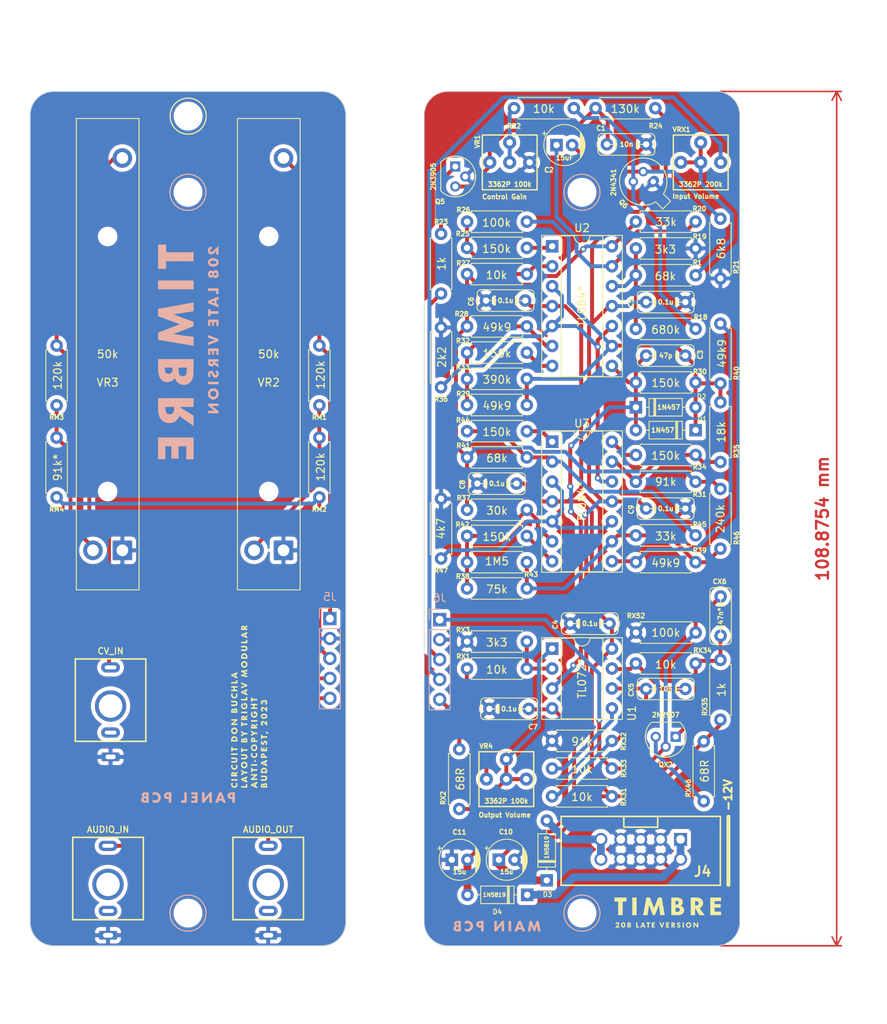
<source format=kicad_pcb>
(kicad_pcb (version 20221018) (generator pcbnew)
  (title_block (title "208 Timbre (ASS Editon)") (rev "1") (company "Triglav Modular") (comment 1 "Circuit by Don Buchla, 1973"))
  (layers (0 "F.Cu" signal) (31 "B.Cu" signal) (34 "B.Paste" user) (35 "F.Paste" user) (36 "B.SilkS" user "B.Silkscreen") (37 "F.SilkS" user "F.Silkscreen") (38 "B.Mask" user) (39 "F.Mask" user) (44 "Edge.Cuts" user))
  (net 0 "")
  (net 1 "Net-(Q5-C)")
  (net 2 "Net-(U2D--)")
  (net 3 "Net-(Q6-D)")
  (net 4 "Net-(D1-K)")
  (net 5 "Net-(D1-A)")
  (net 6 "GND")
  (net 7 "+12V")
  (net 8 "Net-(U1B--)")
  (net 9 "Net-(CX5-Pad2)")
  (net 10 "Net-(QX2-B)")
  (net 11 "Net-(R1-Pad1)")
  (net 12 "Net-(D3-A)")
  (net 13 "Net-(D4-K)")
  (net 14 "Net-(R20-Pad2)")
  (net 15 "Net-(J1-PadT)")
  (net 16 "Net-(Q5-E)")
  (net 17 "-12V")
  (net 18 "Net-(R27-Pad1)")
  (net 19 "Net-(QX2-E)")
  (net 20 "Net-(U2D-+)")
  (net 21 "Net-(R32-Pad1)")
  (net 22 "Net-(R34-Pad1)")
  (net 23 "Net-(Q6-G)")
  (net 24 "Net-(U2A--)")
  (net 25 "Net-(U2B--)")
  (net 26 "Net-(R39-Pad2)")
  (net 27 "Net-(U3D--)")
  (net 28 "Net-(R42-Pad1)")
  (net 29 "Net-(R44-Pad1)")
  (net 30 "/GND2")
  (net 31 "Net-(RM1-Pad1)")
  (net 32 "Net-(RM3-Pad1)")
  (net 33 "Net-(U3B--)")
  (net 34 "Net-(U3C--)")
  (net 35 "VREF")
  (net 36 "P_GND")
  (net 37 "Net-(U3A--)")
  (net 38 "Net-(U1A--)")
  (net 42 "Net-(RX1-Pad1)")
  (net 43 "Net-(U1B-+)")
  (net 44 "P_CV_In")
  (net 45 "P_Audio_In")
  (net 46 "P_Audio_Out")
  (net 47 "P_VREF")
  (net 48 "M_CV_In")
  (net 49 "M_Audio_In")
  (net 50 "M_Audio_Out")
  (net 51 "Net-(R22-Pad2)")
  (net 52 "Net-(RX2-Pad1)")
  (net 53 "/GND3")
  (footprint "Triglav_Modular:R_Axial_DIN0207_L6.3mm_D2.5mm_P7.62mm_Horizontal" (layer "F.Cu") (at 173.75 64.993076 180)
    (fp_text reference "R27" hide)
    (fp_text value "150k")
  )
  (footprint "Triglav_Modular:R_Axial_DIN0207_L6.3mm_D2.5mm_P7.62mm_Horizontal" (layer "F.Cu") (at 179.7482 47.1932 180)
    (fp_text reference "R22" hide)
    (fp_text value "10k")
  )
  (footprint "Triglav_Modular:THONKICONN" (layer "F.Cu") (at 124.161699 146.118608)
    (fp_text reference "J2" hide)
    (fp_text value "AUDIO_IN")
  )
  (footprint "Triglav_Modular:R_Axial_DIN0207_L6.3mm_D2.5mm_P7.62mm_Horizontal" (layer "F.Cu") (at 168.95 132.7 90)
    (fp_text reference "RX2" hide)
    (fp_text value "68R")
  )
  (footprint "Triglav_Modular:R_Axial_DIN0207_L6.3mm_D2.5mm_P7.62mm_Horizontal" (layer "F.Cu") (at 184.595 127.825)
    (fp_text reference "RX32" hide)
    (fp_text value "91k")
  )
  (footprint "Triglav_Modular:R_Axial_DIN0207_L6.3mm_D2.5mm_P7.62mm_Horizontal" (layer "F.Cu") (at 195.275 94.805)
    (fp_text reference "R31" hide)
    (fp_text value "91k")
  )
  (footprint "Triglav_Modular:THONKICONN" (layer "F.Cu") (at 124.483599 123.383771)
    (fp_text reference "J1" hide)
    (fp_text value "CV_IN")
  )
  (footprint "Triglav_Modular:R_Axial_DIN0207_L6.3mm_D2.5mm_P7.62mm_Horizontal" (layer "F.Cu") (at 173.75 68.331152 180)
    (fp_text reference "R25" hide)
    (fp_text value "10k")
  )
  (footprint "Triglav_Modular:D_DO-35_SOD27_P7.62mm_Horizontal" (layer "F.Cu") (at 177.6146 147.447 180)
    (fp_text reference "D4" hide)
    (fp_text value "1N5819")
  )
  (footprint "Triglav_Modular:R_Axial_DIN0207_L6.3mm_D2.5mm_P7.62mm_Horizontal" (layer "F.Cu") (at 117.605 92.98 90)
    (fp_text reference "RM4" hide)
    (fp_text value "91k*")
  )
  (footprint "Triglav_Modular:R_Axial_DIN0207_L6.3mm_D2.5mm_P7.62mm_Horizontal" (layer "F.Cu") (at 166.625 100.775 90)
    (fp_text reference "R47" hide)
    (fp_text value "4k7")
  )
  (footprint "Triglav_Modular:BOURNS_3362P_TRIMMER" (layer "F.Cu") (at 175.3794 54.102)
    (fp_text reference "VR1" hide)
    (fp_text value "3362P 100k")
  )
  (footprint "Triglav_Modular:R_Axial_DIN0207_L6.3mm_D2.5mm_P7.62mm_Horizontal" (layer "F.Cu") (at 195.2856 114.0206)
    (fp_text reference "RX52" hide)
    (fp_text value "100k")
  )
  (footprint "Triglav_Modular:R_Axial_DIN0207_L6.3mm_D2.5mm_P7.62mm_Horizontal" (layer "F.Cu") (at 173.75 115.165625)
    (fp_text reference "RX3" hide)
    (fp_text value "3k3")
  )
  (footprint "MountingHole:MountingHole_3.2mm_M3_DIN965" (layer "F.Cu") (at 134.355 57.912)
    (fp_text reference "REF**" hide)
    (fp_text value "MountingHole_3.2mm_M3_DIN965" hide)
  )
  (footprint "Triglav_Modular:R_Axial_DIN0207_L6.3mm_D2.5mm_P7.62mm_Horizontal" (layer "F.Cu") (at 195.275 61.655 180)
    (fp_text reference "R20" hide)
    (fp_text value "33k")
  )
  (footprint "Triglav_Modular:R_Axial_DIN0207_L6.3mm_D2.5mm_P7.62mm_Horizontal" (layer "F.Cu") (at 173.75 78.34538 180)
    (fp_text reference "R32" hide)
    (fp_text value "150k")
  )
  (footprint "Triglav_Modular:R_Axial_DIN0207_L6.3mm_D2.5mm_P7.62mm_Horizontal" (layer "F.Cu") (at 184.595 131.345 180)
    (fp_text reference "RX33" hide)
    (fp_text value "10k")
  )
  (footprint "Triglav_Modular:R_Axial_DIN0207_L6.3mm_D2.5mm_P7.62mm_Horizontal" (layer "F.Cu") (at 195.275 65.07)
    (fp_text reference "R19" hide)
    (fp_text value "3k3")
  )
  (footprint "Triglav_Modular:R_Axial_DIN0207_L6.3mm_D2.5mm_P7.62mm_Horizontal" (layer "F.Cu") (at 200.12 131.7 -90)
    (fp_text reference "RX46" hide)
    (fp_text value "68R")
  )
  (footprint "Triglav_Modular:C_Disc_D7.0mm_W2.5mm_P5.00mm" (layer "F.Cu") (at 171.25 95.03576)
    (fp_text reference "C8")
    (fp_text value "0.1u")
  )
  (footprint "Triglav_Modular:CP_Radial_D5.0mm_P2.00mm" (layer "F.Cu") (at 181.3484 51.8922)
    (fp_text reference "C2")
    (fp_text value "15uF")
  )
  (footprint "MountingHole:MountingHole_3.2mm_M3_DIN965" (layer "F.Cu") (at 184.595 57.912)
    (fp_text reference "REF**" hide)
    (fp_text value "MountingHole_3.2mm_M3_DIN965" hide)
  )
  (footprint "Triglav_Modular:R_Axial_DIN0207_L6.3mm_D2.5mm_P7.62mm_Horizontal" (layer "F.Cu") (at 166.625 78.955 90)
    (fp_text reference "R36" hide)
    (fp_text value "2k2")
  )
  (footprint "Triglav_Modular:R_Axial_DIN0207_L6.3mm_D2.5mm_P7.62mm_Horizontal" (layer "F.Cu") (at 190.1368 47.1932)
    (fp_text reference "R24" hide)
    (fp_text value "130k")
  )
  (footprint "Triglav_Modular:R_Axial_DIN0207_L6.3mm_D2.5mm_P7.62mm_Horizontal" (layer "F.Cu") (at 173.75 98.373836)
    (fp_text reference "R37" hide)
    (fp_text value "30k")
  )
  (footprint "Triglav_Modular:R_Axial_DIN0207_L6.3mm_D2.5mm_P7.62mm_Horizontal" (layer "F.Cu") (at 117.605 81.25 90)
    (fp_text reference "RM3" hide)
    (fp_text value "120k")
  )
  (footprint "Triglav_Modular:DIP-14_W7.62mm_Socket" (layer "F.Cu") (at 180.795 64.795)
    (fp_text reference "U2")
    (fp_text value "TL084*")
  )
  (footprint "Triglav_Modular:C_Disc_D7.0mm_W2.5mm_P5.00mm" (layer "F.Cu") (at 192.775 71.9)
    (fp_text reference "C5")
    (fp_text value "0.1u")
  )
  (footprint "Triglav_Modular:D_DO-35_SOD27_P7.62mm_Horizontal" (layer "F.Cu") (at 191.465 85.31)
    (fp_text reference "D2" hide)
    (fp_text value "1N457")
  )
  (footprint "Triglav_Modular:TO-92" (layer "F.Cu") (at 196.545 127.305 180)
    (fp_text reference "QX2")
    (fp_text value "2N2907")
  )
  (footprint "Triglav_Modular:R_Axial_DIN0207_L6.3mm_D2.5mm_P7.62mm_Horizontal" (layer "F.Cu") (at 195.275 68.485 180)
    (fp_text reference "R1" hide)
    (fp_text value "68k")
  )
  (footprint "Triglav_Modular:R_Axial_DIN0207_L6.3mm_D2.5mm_P7.62mm_Horizontal" (layer "F.Cu") (at 151.105 81.25 90)
    (fp_text reference "RM1" hide)
    (fp_text value "120k")
  )
  (footprint "LOGO" (layer "F.Cu") (at 208.566263 148.973844)
    (fp_text reference "G***" hide)
    (fp_text value "LOGO" hide)
  )
  (footprint "Triglav_Modular:C_Disc_D7.0mm_W2.5mm_P5.00mm" (layer "F.Cu") (at 192.775 121.205)
    (fp_text reference "CX5")
    (fp_text value "10n")
  )
  (footprint "Triglav_Modular:RS45111" (layer "F.Cu") (at 144.6574 78.542005)
    (fp_text reference "VR2")
    (fp_text value "50k")
  )
  (footprint "Triglav_Modular:R_Axial_DIN0207_L6.3mm_D2.5mm_P7.62mm_Horizontal" (layer "F.Cu") (at 202.25 65.08 -90)
    (fp_text reference "R21" hide)
    (fp_text value "6k8")
  )
  (footprint "Triglav_Modular:R_Axial_DIN0207_L6.3mm_D2.5mm_P7.62mm_Horizontal" (layer "F.Cu") (at 202.25 88.48 90)
    (fp_text reference "R35" hide)
    (fp_text value "18k")
  )
  (footprint "Triglav_Modular:C_Disc_D7.0mm_W2.5mm_P5.00mm" (layer "F.Cu") (at 172.3568 71.7042)
    (fp_text reference "C6")
    (fp_text value "0.1u")
  )
  (footprint "Triglav_Modular:CP_Radial_D5.0mm_P2.00mm" (layer "F.Cu") (at 173.994888 142.975)
    (fp_text reference "C10")
    (fp_text value "15u")
  )
  (footprint "Triglav_Modular:R_Axial_DIN0207_L6.3mm_D2.5mm_P7.62mm_Horizontal" (layer "F.Cu") (at 173.75 108.4)
    (fp_text reference "R38" hide)
    (fp_text value "75k")
  )
  (footprint "Triglav_Modular:R_Axial_DIN0207_L6.3mm_D2.5mm_P7.62mm_Horizontal" (layer "F.Cu") (at 173.75 81.683456 180)
    (fp_text reference "R33" hide)
    (fp_text value "390k")
  )
  (footprint "Triglav_Modular:DIP-14_W7.62mm_Socket" (layer "F.Cu") (at 180.795 89.695)
    (fp_text reference "U3")
    (fp_text value "TL084*")
  )
  (footprint "Triglav_Modular:D_DO-35_SOD27_P7.62mm_Horizontal" (layer "F.Cu") (at 199.085 88.225 180)
    (fp_text reference "D1" hide)
    (fp_text value "1N457")
  )
  (footprint "Triglav_Modular:DIP-8_W7.62mm_Socket" (layer "F.Cu") (at 180.795 116.07)
    (fp_text reference "U1")
    (fp_text value "TL072*")
  )
  (footprint "Triglav_Modular:C_Disc_D7.0mm_W2.5mm_P5.00mm" (layer "F.Cu") (at 183.101 112.8776)
    (fp_text reference "C4")
    (fp_text value "0.1u")
  )
  (footprint "Triglav_Modular:Eurorack_Power" (layer "F.Cu") (at 197.1675 140.38 180)
    (fp_text reference "J4")
    (fp_text value "30310-6002HB" hide)
  )
  (footprint "Triglav_Modular:R_Axial_DIN0207_L6.3mm_D2.5mm_P7.62mm_Horizontal" (layer "F.Cu") (at 173.75 118.618)
    (fp_text reference "RX1" hide)
    (fp_text value "10k")
  )
  (footprint "MountingHole:MountingHole_3.2mm_M3_DIN965" (layer "F.Cu") (at 134.355 149.779)
    (fp_text reference "REF**" hide)
    (fp_text value "MountingHole_3.2mm_M3_DIN965" hide)
  )
  (footprint "Triglav_Modular:TO-18-3" (layer "F.Cu") (at 193.6774 56.55 180)
    (fp_text reference "Q6")
    (fp_text value "2N4341")
  )
  (footprint "Triglav_Modular:R_Axial_DIN0207_L6.3mm_D2.5mm_P7.62mm_Horizontal" (layer "F.Cu") (at 173.75 75.007304 180)
    (fp_text reference "R28" hide)
    (fp_text value "49k9")
  )
  (footprint "Triglav_Modular:RS45111" (layer "F.Cu") (at 124.114599 78.542005)
    (fp_text reference "VR3")
    (fp_text value "50k")
  )
  (footprint "Triglav_Modular:R_Axial_DIN0207_L6.3mm_D2.5mm_P7.62mm_Horizontal" (layer "F.Cu") (at 195.275 105.05 180)
    (fp_text reference "R39" hide)
    (fp_text value "49k9")
  )
  (footprint "Triglav_Modular:R_Axial_DIN0207_L6.3mm_D2.5mm_P7.62mm_Horizontal" (layer "F.Cu") (at 166.625 67.015 -90)
    (fp_text reference "R23" hide)
    (fp_text value "1k")
  )
  (footprint "Triglav_Modular:R_Axial_DIN0207_L6.3mm_D2.5mm_P7.62mm_Horizontal" (layer "F.Cu") (at 195.275 91.39)
    (fp_text reference "R34" hide)
    (fp_text value "150k")
  )
  (footprint "Triglav_Modular:THONKICONN" (layer "F.Cu") (at 144.5883 146.118608)
    (fp_text reference "J3" hide)
    (fp_text value "AUDIO_OUT")
  )
  (footprint "Triglav_Modular:R_Axial_DIN0207_L6.3mm_D2.5mm_P7.62mm_Horizontal" (layer "F.Cu") (at 195.275 117.955 180)
    (fp_text reference "RX34" hide)
    (fp_text value "10k")
  )
  (footprint "Triglav_Modular:C_Disc_D7.0mm_W2.5mm_P5.00mm" (layer "F.Cu") (at 177.7924 123.7488 180)
    (fp_text reference "C7")
    (fp_text value "0.1u")
  )
  (footprint "Triglav_Modular:C_Disc_D7.0mm_W2.5mm_P5.00mm" (layer "F.Cu") (at 192.775 98.22)
    (fp_text reference "C9")
    (fp_text value "0.1u")
  )
  (footprint "Triglav_Modular:TO-92" (layer "F.Cu") (at 168.44 54.63 -90)
    (fp_text reference "Q5")
    (fp_text value "2N3905")
  )
  (footprint "Triglav_Modular:R_Axial_DIN0207_L6.3mm_D2.5mm_P7.62mm_Horizontal" (layer "F.Cu") (at 173.75 85.021532 180)
    (fp_text reference "R29" hide)
    (fp_text value "49k9")
  )
  (footprint "Triglav_Modular:D_DO-35_SOD27_P7.62mm_Horizontal" (layer "F.Cu") (at 180.1 145.6 90)
    (fp_text reference "D3" hide)
    (fp_text value "1N5819")
  )
  (footprint "Triglav_Modular:R_Axial_DIN0207_L6.3mm_D2.5mm_P7.62mm_Horizontal" (layer "F.Cu") (at 202.25 121.32 90)
    (fp_text reference "RX35" hide)
    (fp_text value "1k")
  )
  (footprint "Triglav_Modular:BOURNS_3362P_TRIMMER" (layer "F.Cu") (at 174.95 132.7)
    (fp_text reference "VR4" hide)
    (fp_text value "3362P 100k")
  )
  (footprint "MountingHole:MountingHole_3.2mm_M3_DIN965" (layer "F.Cu") (at 184.595 149.779)
    (fp_text reference "REF**" hide)
    (fp_text value "MountingHole_3.2mm_M3_DIN965" hide)
  )
  (footprint "LOGO" (layer "F.Cu") (at 142.734793 110.217996 90)
    (fp_text reference "G***" hide)
    (fp_text value "LOGO" hide)
  )
  (footprint "Triglav_Modular:R_Axial_DIN0207_L6.3mm_D2.5mm_P7.62mm_Horizontal" (layer "F.Cu") (at 195.275 82.145 180)
    (fp_text reference "R30" hide)
    (fp_text value "150k")
  )
  (footprint "Triglav_Modular:R_Axial_DIN0207_L6.3mm_D2.5mm_P7.62mm_Horizontal" (layer "F.Cu") (at 184.595 134.895)
    (fp_text reference "RX31" hide)
    (fp_text value "10k")
  )
  (footprint "Triglav_Modular:BOURNS_3362P_TRIMMER" (layer "F.Cu") (at 199.738 54.102)
    (fp_text reference "VRX1" hide)
    (fp_text value "3362P 200k")
  )
  (footprint "Triglav_Modular:CP_Radial_D5.0mm_P2.00mm" (layer "F.Cu") (at 167.994888 142.975)
    (fp_text reference "C11")
    (fp_text value "15u")
  )
  (footprint "Triglav_Modular:R_Axial_DIN0207_L6.3mm_D2.5mm_P7.62mm_Horizontal" (layer "F.Cu") (at 151.105 92.98 90)
    (fp_text reference "RM2" hide)
    (fp_text value "120k")
  )
  (footprint "Triglav_Modular:R_Axial_DIN0207_L6.3mm_D2.5mm_P7.62mm_Horizontal" (layer "F.Cu") (at 195.275 101.635 180)
    (fp_text reference "R45" hide)
    (fp_text value "33k")
  )
  (footprint "Triglav_Modular:R_Axial_DIN0207_L6.3mm_D2.5mm_P7.62mm_Horizontal" (layer "F.Cu") (at 173.75 91.697684)
    (fp_text reference "R41" hide)
    (fp_text value "68k")
  )
  (footprint "Triglav_Modular:R_Axial_DIN0207_L6.3mm_D2.5mm_P7.62mm_Horizontal" (layer "F.Cu") (at 202.25 78.46 -90)
    (fp_text reference "R40" hide)
    (fp_text value "49k9")
  )
  (footprint "Triglav_Modular:C_Disc_D7.0mm_W2.5mm_P5.00mm" (layer "F.Cu") (at 197.775 78.73 180)
    (fp_text reference "C3")
    (fp_text value "47p")
  )
  (footprint "Triglav_Modular:R_Axial_DIN0207_L6.3mm_D2.5mm_P7.62mm_Horizontal" (layer "F.Cu") (at 173.75 61.655 180)
    (fp_text reference "R26" hide)
    (fp_text value "100k")
  )
  (footprint "MountingHole:MountingHole_3.2mm_M3_DIN965" (layer "F.Cu") (at 134.375 48.206077)
    (fp_text reference "REF**" hide)
    (fp_text value "MountingHole_3.2mm_M3_DIN965" hide)
  )
  (footprint "Triglav_Modular:C_Disc_D7.0mm_W2.5mm_P5.00mm" (layer "F.Cu") (at 187.7774 51.8)
    (fp_text reference "C1")
    (fp_text value "10n")
  )
  (footprint "Triglav_Modular:C_Disc_D7.0mm_W2.5mm_P5.00mm" (layer "F.Cu") (at 202.278 109.4232 -90)
    (fp_text reference "CX6")
    (fp_text value "47n*")
  )
  (footprint "Triglav_Modular:R_Axial_DIN0207_L6.3mm_D2.5mm_P7.62mm_Horizontal" (layer "F.Cu") (at 173.75 88.359608 180)
    (fp_text reference "R44" hide)
    (fp_text value "150k")
  )
  (footprint "Triglav_Modular:R_Axial_DIN0207_L6.3mm_D2.5mm_P7.62mm_Horizontal" (layer "F.Cu") (at 173.75 105.05 180)
    (fp_text reference "R43" hide)
    (fp_text value "1M5")
  )
  (footprint "Triglav_Modular:R_Axial_DIN0207_L6.3mm_D2.5mm_P7.62mm_Horizontal" (layer "F.Cu") (at 202.25 99.52 90)
    (fp_text reference "R46" hide)
    (fp_text value "240k")
  )
  (footprint "Triglav_Modular:R_Axial_DIN0207_L6.3mm_D2.5mm_P7.62mm_Horizontal" (layer "F.Cu") (at 173.75 101.711912 180)
    (fp_text reference "R42" hide)
    (fp_text value "150k")
  )
  (footprint "Triglav_Modular:R_Axial_DIN0207_L6.3mm_D2.5mm_P7.62mm_Horizontal" (layer "F.Cu") (at 195.275 75.315)
    (fp_text reference "R18" hide)
    (fp_text value "680k")
  )
  (footprint "Connector_PinSocket_2.54mm:PinSocket_1x05_P2.54mm_Vertical" (layer "B.Cu") (at 166.45 112.38 180)
    (fp_text reference "J6")
    (fp_text value "Conn_01x05_Male" hide)
  )
  (footprint "LOGO" (layer "B.Cu") (at 134.355 135.042601 180)
    (fp_text reference "G***" hide)
    (fp_text value "LOGO" hide)
  )
  (footprint "LOGO" (layer "B.Cu") (at 132.931531 104.467383 -90)
    (fp_text reference "G***" hide)
    (fp_text value "LOGO" hide)
  )
  (footprint "Connector_PinSocket_2.54mm:PinSocket_1x05_P2.54mm_Vertical" (layer "B.Cu") (at 152.45 112.24 180)
    (fp_text reference "J5")
    (fp_text value "Conn_01x05_Female" hide)
  )
  (footprint "LOGO" (layer "B.Cu") (at 139.438517 151.730401 180)
    (fp_text reference "G***" hide)
    (fp_text value "LOGO" hide)
  )
  (gr_circle (center 184.595 149.779) (end 182.295 149.779) (stroke (width 0.15)) (fill none) (layer "B.SilkS"))
  (gr_circle (center 134.355 149.779) (end 132.055 149.779) (stroke (width 0.15)) (fill none) (layer "B.SilkS"))
  (gr_circle (center 134.355 57.912) (end 132.055 57.912) (stroke (width 0.15)) (fill none) (layer "B.SilkS"))
  (gr_circle (center 184.595 57.912) (end 182.295 57.912) (stroke (width 0.15)) (fill none) (layer "B.SilkS"))
  (gr_circle (center 134.375 48.206077) (end 136.675 48.206077) (stroke (width 0.15)) (fill none) (layer "F.SilkS"))
  (gr_line (start 117.235 45.065) (end 151.475 45.065) (stroke (width 0.1)) (layer "Edge.Cuts"))
  (gr_line (start 204.715 48.065) (end 204.715 150.935) (stroke (width 0.1)) (layer "Edge.Cuts"))
  (gr_arc (start 167.475 153.935) (mid 165.35368 153.05632) (end 164.475 150.935) (stroke (width 0.1)) (layer "Edge.Cuts"))
  (gr_line (start 154.475 150.935) (end 154.475 48.065) (stroke (width 0.1)) (layer "Edge.Cuts"))
  (gr_arc (start 151.475 45.065) (mid 153.59632 45.94368) (end 154.475 48.065) (stroke (width 0.1)) (layer "Edge.Cuts"))
  (gr_line (start 114.235 150.935) (end 114.235 48.065) (stroke (width 0.1)) (layer "Edge.Cuts"))
  (gr_arc (start 201.715 45.065) (mid 203.83632 45.94368) (end 204.715 48.065) (stroke (width 0.1)) (layer "Edge.Cuts"))
  (gr_arc (start 117.235 153.935) (mid 115.11368 153.05632) (end 114.235 150.935) (stroke (width 0.1)) (layer "Edge.Cuts"))
  (gr_arc (start 164.475 48.065) (mid 165.35368 45.94368) (end 167.475 45.065) (stroke (width 0.1)) (layer "Edge.Cuts"))
  (gr_line (start 167.475 45.065) (end 201.715 45.065) (stroke (width 0.1)) (layer "Edge.Cuts"))
  (gr_arc (start 114.235 48.065) (mid 115.11368 45.94368) (end 117.235 45.065) (stroke (width 0.1)) (layer "Edge.Cuts"))
  (gr_arc (start 204.715 150.935) (mid 203.83632 153.05632) (end 201.715 153.935) (stroke (width 0.1)) (layer "Edge.Cuts"))
  (gr_line locked (start 151.475 153.935) (end 117.235 153.935) (stroke (width 0.1)) (layer "Edge.Cuts"))
  (gr_arc (start 154.475 150.935) (mid 153.59632 153.05632) (end 151.475 153.935) (stroke (width 0.1)) (layer "Edge.Cuts"))
  (gr_line (start 164.475 48.065) (end 164.475 150.935) (stroke (width 0.1)) (layer "Edge.Cuts"))
  (gr_line locked (start 201.715 153.935) (end 167.475 153.935) (stroke (width 0.1)) (layer "Edge.Cuts"))
  (dimension (type aligned) (layer "F.Cu") (pts (xy 201.715 153.935) (xy 201.715 45.0596)) (height 15.358449) (gr_text "108.8754 mm" (at 215.273449 99.4973 90) (layer "F.Cu") (effects (font (size 1.5 1.5) (thickness 0.3)))) (format (prefix "") (suffix "") (units 3) (units_format 1) (precision 4)) (style (thickness 0.2) (arrow_length 1.27) (text_position_mode 0) (extension_height 0.58642) (extension_offset 0.5) keep_text_aligned))
  (segment (start 175.08161 50.038) (end 183.482 50.038) (width 0.5) (layer "F.Cu") (net 1))
  (segment (start 170.2694 57.17) (end 172.8394 54.6) (width 0.5) (layer "F.Cu") (net 1))
  (segment (start 187.8762 48.7426) (end 186.3268 47.1932) (width 0.5) (layer "F.Cu") (net 1))
  (segment (start 172.8394 54.6) (end 172.8394 52.28021) (width 0.5) (layer "F.Cu") (net 1))
  (segment (start 187.8762 51.7012) (end 187.8762 48.7426) (width 0.5) (layer "F.Cu") (net 1))
  (segment (start 168.44 57.17) (end 170.2694 57.17) (width 0.5) (layer "F.Cu") (net 1))
  (segment (start 183.482 50.038) (end 186.3268 47.1932) (width 0.5) (layer "F.Cu") (net 1))
  (segment (start 187.7774 51.8) (end 187.8762 51.7012) (width 0.5) (layer "F.Cu") (net 1))
  (segment (start 172.8394 52.28021) (end 175.08161 50.038) (width 0.5) (layer "F.Cu") (net 1))
  (segment (start 189.9774 64.5992) (end 191.6716 62.905) (width 0.5) (layer "F.Cu") (net 2))
  (segment (start 197.835 62.905) (end 199.085 61.655) (width 0.5) (layer "F.Cu") (net 2))
  (segment (start 191.6716 62.905) (end 197.835 62.905) (width 0.5) (layer "F.Cu") (net 2))
  (segment (start 188.415 67.335) (end 189.9774 65.7726) (width 0.5) (layer "F.Cu") (net 2))
  (segment (start 189.9774 65.7726) (end 189.9774 64.5992) (width 0.5) (layer "F.Cu") (net 2))
  (segment (start 181.3484 61.0616) (end 183.91005 63.62325) (width 0.5) (layer "B.Cu") (net 2))
  (segment (start 183.91005 65.510425) (end 185.734625 67.335) (width 0.5) (layer "B.Cu") (net 2))
  (segment (start 185.734625 67.335) (end 188.415 67.335) (width 0.5) (layer "B.Cu") (net 2))
  (segment (start 183.91005 63.62325) (end 183.91005 65.510425) (width 0.5) (layer "B.Cu") (net 2))
  (segment (start 181.3484 51.8922) (end 181.3484 61.0616) (width 0.5) (layer "B.Cu") (net 2))
  (segment (start 192.4024 55.275) (end 186.7312 55.275) (width 0.5) (layer "F.Cu") (net 3))
  (segment (start 192.4074 55.28) (end 192.4024 55.275) (width 0.5) (layer "F.Cu") (net 3))
  (segment (start 186.7312 55.275) (end 183.3484 51.8922) (width 0.5) (layer "F.Cu") (net 3))
  (segment (start 196.26 55.28) (end 192.4074 55.28) (width 0.5) (layer "B.Cu") (net 3))
  (segment (start 202.25 61.27) (end 196.26 55.28) (width 0.5) (layer "B.Cu") (net 3))
  (segment (start 177.56 81.683456) (end 177.56 85.021532) (width 0.5) (layer "F.Cu") (net 4))
  (segment (start 202.25 82.27) (end 199.21 82.27) (width 0.5) (layer "F.Cu") (net 4))
  (segment (start 199.085 80.04) (end 197.775 78.73) (width 0.5) (layer "F.Cu") (net 4))
  (segment (start 197.775 78.73) (end 196.4896 77.4446) (width 0.5) (layer "F.Cu") (net 4))
  (segment (start 199.085 85.31) (end 199.085 82.145) (width 0.5) (layer "F.Cu") (net 4))
  (segment (start 196.4896 77.4446) (end 188.4654 77.4446) (width 0.5) (layer "F.Cu") (net 4))
  (segment (start 199.085 88.225) (end 199.085 85.31) (width 0.5) (layer "F.Cu") (net 4))
  (segment (start 188.4654 77.4446) (end 188.415 77.495) (width 0.5) (layer "F.Cu") (net 4))
  (segment (start 199.085 82.145) (end 199.085 80.04) (width 0.5) (layer "F.Cu") (net 4))
  (segment (start 202.25 84.67) (end 202.25 82.27) (width 0.5) (layer "F.Cu") (net 4))
  (segment (start 184.226544 81.683456) (end 188.415 77.495) (width 0.5) (layer "B.Cu") (net 4))
  (segment (start 182.9232 63.7232) (end 182.9232 72.0032) (width 0.5) (layer "B.Cu") (net 4))
  (segment (start 177.56 81.683456) (end 184.226544 81.683456) (width 0.5) (layer "B.Cu") (net 4))
  (segment (start 182.9232 72.0032) (end 188.415 77.495) (width 0.5) (layer "B.Cu") (net 4))
  (segment (start 177.56 61.655) (end 180.855 61.655) (width 0.5) (layer "B.Cu") (net 4))
  (segment (start 180.855 61.655) (end 182.9232 63.7232) (width 0.5) (layer "B.Cu") (net 4))
  (segment (start 191.465 82.145) (end 191.465 80.04) (width 0.5) (layer "F.Cu") (net 5))
  (segment (start 191.465 88.225) (end 191.465 85.31) (width 0.5) (layer "F.Cu") (net 5))
  (segment (start 184.4472 117.2528) (end 184.4472 99.8472) (width 0.5) (layer "F.Cu") (net 5))
  (segment (start 184.4472 99.8472) (end 183.2 98.6) (width 0.5) (layer "F.Cu") (net 5))
  (segment (start 190.5224 82.145) (end 191.465 82.145) (width 0.5) (layer "F.Cu") (net 5))
  (segment (start 183.1 95.4) (end 183.1 90.298) (width 0.5) (layer "F.Cu") (net 5))
  (segment (start 191.465 85.31) (end 191.465 82.145) (width 0.5) (layer "F.Cu") (net 5))
  (segment (start 188.415 80.035) (end 188.415 80.0376) (width 0.5) (layer "F.Cu") (net 5))
  (segment (start 191.465 80.04) (end 192.775 78.73) (width 0.5) (layer "F.Cu") (net 5))
  (segment (start 183.1 90.298) (end 183.228 90.17) (width 0.5) (layer "F.Cu") (net 5))
  (segment (start 183.5 118.2) (end 184.4472 117.2528) (width 0.5) (layer "F.Cu") (net 5))
  (segment (start 188.415 80.0376) (end 190.5224 82.145) (width 0.5) (layer "F.Cu") (net 5))
  (via (at 183.1 95.4) (size 0.8) (drill 0.4) (layers "F.Cu" "B.Cu") (net 5))
  (via (at 183.2 98.6) (size 0.8) (drill 0.4) (layers "F.Cu" "B.Cu") (net 5))
  (via (at 183.228 90.17) (size 0.8) (drill 0.4) (layers "F.Cu" "B.Cu") (net 5))
  (via (at 183.5 118.2) (size 0.8) (drill 0.4) (layers "F.Cu" "B.Cu") (net 5))
  (segment (start 188.088 85.31) (end 183.228 90.17) (width 0.5) (layer "B.Cu") (net 5))
  (segment (start 183.5 118.445) (end 183.5 118.2) (width 0.5) (layer "B.Cu") (net 5))
  (segment (start 183.2 98.6) (end 183.2 95.5) (width 0.5) (layer "B.Cu") (net 5))
  (segment (start 183.2 95.5) (end 183.1 95.4) (width 0.5) (layer "B.Cu") (net 5))
  (segment (start 191.465 85.31) (end 188.088 85.31) (width 0.5) (layer "B.Cu") (net 5))
  (segment (start 180.795 121.15) (end 183.5 118.445) (width 0.5) (layer "B.Cu") (net 5))
  (segment (start 193.6774 56.55) (end 193.6274 56.55) (width 0.5) (layer "F.Cu") (net 6))
  (segment (start 185.8555 98.708125) (end 184.462375 97.315) (width 0.5) (layer "F.Cu") (net 7))
  (segment (start 179.5526 97.315) (end 177.27336 95.03576) (width 0.5) (layer "F.Cu") (net 7))
  (segment (start 182.4402 72.415) (end 184.498 74.4728) (width 0.5) (layer "F.Cu") (net 7))
  (segment (start 188.405 134.895) (end 193.115 134.895) (width 0.5) (layer "F.Cu") (net 7))
  (segment (start 200.12 127.888) (end 202.25 125.758) (width 0.5) (layer "F.Cu") (net 7))
  (segment (start 182.785 97.315) (end 180.795 97.315) (width 0.5) (layer "F.Cu") (net 7))
  (segment (start 186.5344 134.895) (end 188.405 134.895) (width 0.5) (layer "F.Cu") (net 7))
  (segment (start 180.795 72.415) (end 182.4402 72.415) (width 0.5) (layer "F.Cu") (net 7))
  (segment (start 177.27336 95.03576) (end 176.25 95.03576) (width 0.5) (layer "F.Cu") (net 7))
  (segment (start 193.115 134.895) (end 200.12 127.89) (width 0.5) (layer "F.Cu") (net 7))
  (segment (start 200.12 127.89) (end 200.12 127.888) (width 0.5) (layer "F.Cu") (net 7))
  (segment (start 173.994888 143.573288) (end 173.994888 142.975) (width 1) (layer "F.Cu") (net 7))
  (segment (start 184.498 95.602) (end 182.785 97.315) (width 0.5) (layer "F.Cu") (net 7))
  (segment (start 180.1 145.6) (end 176.0216 145.6) (width 1) (layer "F.Cu") (net 7))
  (segment (start 188.405 134.895) (end 185.8505 132.3405) (width 0.5) (layer "F.Cu") (net 7))
  (segment (start 185.8505 132.3405) (end 185.8505 118.6345) (width 0.5) (layer "F.Cu") (net 7))
  (segment (start 180.795 72.415) (end 178.0676 72.415) (width 0.5) (layer "F.Cu") (net 7))
  (segment (start 188.415 116.07) (end 188.415 113.1916) (width 0.5) (layer "F.Cu") (net 7))
  (segment (start 188.101 112.8776) (end 185.8555 110.6321) (width 0.5) (layer "F.Cu") (net 7))
  (segment (start 202.25 125.758) (end 202.25 125.13) (width 0.5) (layer "F.Cu") (net 7))
  (segment (start 185.8505 118.6345) (end 188.415 116.07) (width 0.5) (layer "F.Cu") (net 7))
  (segment (start 176.870387 140.099501) (end 181.329899 140.099501) (width 0.5) (layer "F.Cu") (net 7))
  (segment (start 176.0216 145.6) (end 173.994888 143.573288) (width 1) (layer "F.Cu") (net 7))
  (segment (start 184.462375 97.315) (end 180.795 97.315) (width 0.5) (layer "F.Cu") (net 7))
  (segment (start 180.795 97.315) (end 179.5526 97.315) (width 0.5) (layer "F.Cu") (net 7))
  (segment (start 181.329899 140.099501) (end 186.5344 134.895) (width 0.5) (layer "F.Cu") (net 7))
  (segment (start 185.8555 110.6321) (end 185.8555 98.708125) (width 0.5) (layer "F.Cu") (net 7))
  (segment (start 184.498 74.4728) (end 184.498 95.602) (width 0.5) (layer "F.Cu") (net 7))
  (segment (start 178.0676 72.415) (end 177.3568 71.7042) (width 0.5) (layer "F.Cu") (net 7))
  (segment (start 173.994888 142.975) (end 176.870387 140.099501) (width 0.5) (layer "F.Cu") (net 7))
  (segment (start 188.405 127.825) (end 188.9816 127.825) (width 0.5) (layer "F.Cu") (net 8))
  (segment (start 188.415 121.15) (end 192.72 121.15) (width 0.5) (layer "F.Cu") (net 8))
  (segment (start 192.775 124.0316) (end 192.775 121.205) (width 0.5) (layer "F.Cu") (net 8))
  (segment (start 188.9816 127.825) (end 192.775 124.0316) (width 0.5) (layer "F.Cu") (net 8))
  (segment (start 181.335 134.895) (end 188.405 127.825) (width 0.5) (layer "B.Cu") (net 8))
  (segment (start 194.715 121.205) (end 191.465 117.955) (width 0.5) (layer "F.Cu") (net 9))
  (segment (start 191.465 117.955) (end 190.7512 118.6688) (width 0.5) (layer "F.Cu") (net 9))
  (segment (start 190.7512 118.6688) (end 188.4738 118.6688) (width 0.5) (layer "F.Cu") (net 9))
  (segment (start 197.775 121.205) (end 194.715 121.205) (width 0.5) (layer "F.Cu") (net 9))
  (segment (start 199.103 117.973) (end 199.085 117.955) (width 0.5) (layer "F.Cu") (net 10))
  (segment (start 199.4126 117.6274) (end 202.1326 117.6274) (width 0.5) (layer "F.Cu") (net 10))
  (segment (start 196.545 127.305) (end 199.103 124.747) (width 0.5) (layer "F.Cu") (net 10))
  (segment (start 199.103 124.747) (end 199.103 117.973) (width 0.5) (layer "F.Cu") (net 10))
  (segment (start 202.25 117.51) (end 202.25 114.4512) (width 0.5) (layer "F.Cu") (net 10))
  (segment (start 197.198 54.102) (end 199.738 54.102) (width 0.5) (layer "F.Cu") (net 11))
  (segment (start 199.738 54.102) (end 199.738 51.562) (width 0.5) (layer "F.Cu") (net 11))
  (segment (start 203.7 63.87) (end 203.7 60.6802) (width 0.5) (layer "B.Cu") (net 11))
  (segment (start 199.085 68.485) (end 203.7 63.87) (width 0.5) (layer "B.Cu") (net 11))
  (segment (start 203.7 60.6802) (end 199.738 56.7182) (width 0.5) (layer "B.Cu") (net 11))
  (segment (start 199.738 56.7182) (end 199.738 54.102) (width 0.5) (layer "B.Cu") (net 11))
  (segment (start 187.0075 140.38) (end 182.5 140.38) (width 1) (layer "B.Cu") (net 12))
  (segment (start 187.0075 140.38) (end 187.0075 142.92) (width 1) (layer "B.Cu") (net 12))
  (segment (start 182.5 140.38) (end 180.1 137.98) (width 1) (layer "B.Cu") (net 12))
  (segment (start 194.9011 145.1864) (end 197.1675 142.92) (width 1) (layer "B.Cu") (net 13))
  (segment (start 181.253 147.447) (end 183.5136 145.1864) (width 1) (layer "B.Cu") (net 13))
  (segment (start 197.1675 142.92) (end 197.1675 140.38) (width 1) (layer "B.Cu") (net 13))
  (segment (start 183.5136 145.1864) (end 194.9011 145.1864) (width 1) (layer "B.Cu") (net 13))
  (segment (start 177.6146 147.447) (end 181.253 147.447) (width 1) (layer "B.Cu") (net 13))
  (segment (start 171.306448 69.6976) (end 178.4528 69.6976) (width 0.5) (layer "F.Cu") (net 14))
  (segment (start 181.3331 68.585) (end 184.75955 65.15855) (width 0.5) (layer "F.Cu") (net 14))
  (segment (start 169.94 68.331152) (end 171.306448 69.6976) (width 0.5) (layer "F.Cu") (net 14))
  (segment (start 201.345 94.805) (end 202.25 95.71) (width 0.5) (layer "F.Cu") (net 14))
  (segment (start 168.5214 90.279084) (end 169.94 91.697684) (width 0.5) (layer "F.Cu") (net 14))
  (segment (start 168.5214 76.425904) (end 168.5214 90.279084) (width 0.5) (layer "F.Cu") (net 14))
  (segment (start 169.94 98.373836) (end 169.94 91.697684) (width 0.5) (layer "F.Cu") (net 14))
  (segment (start 188.415 64.795) (end 191.465 61.745) (width 0.5) (layer "F.Cu") (net 14))
  (segment (start 169.94 68.331152) (end 169.94 75.007304) (width 0.5) (layer "F.Cu") (net 14))
  (segment (start 178.4528 69.6976) (end 179.5654 68.585) (width 0.5) (layer "F.Cu") (net 14))
  (segment (start 179.5654 68.585) (end 181.3331 68.585) (width 0.5) (layer "F.Cu") (net 14))
  (segment (start 169.94 75.007304) (end 168.5214 76.425904) (width 0.5) (layer "F.Cu") (net 14))
  (segment (start 199.085 94.805) (end 201.345 94.805) (width 0.5) (layer "F.Cu") (net 14))
  (via (at 184.75955 65.15855) (size 0.8) (drill 0.4) (layers "F.Cu" "B.Cu") (net 14))
  (segment (start 197.765 93.485) (end 184.985 93.485) (width 0.5) (layer "B.Cu") (net 14))
  (segment (start 188.415 64.795) (end 185.1231 64.795) (width 0.5) (layer "B.Cu") (net 14))
  (segment (start 178.612883 90.9828) (end 178.077767 90.447684) (width 0.5) (layer "B.Cu") (net 14))
  (segment (start 184.985 93.485) (end 182.4828 90.9828) (width 0.5) (layer "B.Cu") (net 14))
  (segment (start 199.085 94.805) (end 197.765 93.485) (width 0.5) (layer "B.Cu") (net 14))
  (segment (start 185.1231 64.795) (end 184.75955 65.15855) (width 0.5) (layer "B.Cu") (net 14))
  (segment (start 171.19 90.447684) (end 169.94 91.697684) (width 0.5) (layer "B.Cu") (net 14))
  (segment (start 178.077767 90.447684) (end 171.19 90.447684) (width 0.5) (layer "B.Cu") (net 14))
  (segment (start 182.4828 90.9828) (end 178.612883 90.9828) (width 0.5) (layer "B.Cu") (net 14))
  (segment (start 124.289599 101.574599) (end 121.775 99.06) (width 0.5) (layer "F.Cu") (net 15))
  (segment (start 124.289599 118.269771) (end 124.289599 101.574599) (width 0.5) (layer "F.Cu") (net 15))
  (segment (start 117.605 60.9062) (end 124.969195 53.542005) (width 0.5) (layer "F.Cu") (net 15))
  (segment (start 124.969195 53.542005) (end 125.989599 53.542005) (width 0.5) (layer "F.Cu") (net 15))
  (segment (start 124.483599 118.463771) (end 124.289599 118.269771) (width 0.5) (layer "F.Cu") (net 15))
  (segment (start 121.775 99.06) (end 121.775 81.61) (width 0.5) (layer "F.Cu") (net 15))
  (segment (start 117.605 77.44) (end 117.605 60.9062) (width 0.5) (layer "F.Cu") (net 15))
  (segment (start 121.775 81.61) (end 117.605 77.44) (width 0.5) (layer "F.Cu") (net 15))
  (segment (start 166.625 63.205) (end 166.625 56.445) (width 0.5) (layer "F.Cu") (net 16))
  (segment (start 166.625 56.445) (end 168.44 54.63) (width 0.5) (layer "F.Cu") (net 16))
  (segment (start 185.8809 64.6571) (end 190.133 60.405) (width 0.5) (layer "F.Cu") (net 17))
  (segment (start 180.8832 123.69) (end 180.795 123.69) (width 0.5) (layer "F.Cu") (net 17))
  (segment (start 191.87 97.315) (end 192.775 98.22) (width 0.5) (layer "F.Cu") (net 17))
  (segment (start 180.6578 139.4) (end 183.6 136.4578) (width 0.5) (layer "F.Cu") (net 17))
  (segment (start 187.28363 97.315) (end 185.5 95.53137) (width 0.5) (layer "F.Cu") (net 17))
  (segment (start 183.6 126.495) (end 183.6 126.4068) (width 0.5) (layer "F.Cu") (net 17))
  (segment (start 185.5 95.53137) (end 185.5 75) (width 0.5) (layer "F.Cu") (net 17))
  (segment (start 173.569888 139.4) (end 180.6578 139.4) (width 0.5) (layer "F.Cu") (net 17))
  (segment (start 177.7924 123.7488) (end 177.8511 123.8075) (width 0.5) (layer "F.Cu") (net 17))
  (segment (start 185.146701 99.200701) (end 185.006 99.06) (width 0.5) (layer "F.Cu") (net 17))
  (segment (start 185.146701 124.948299) (end 185.146701 99.200701) (width 0.5) (layer "F.Cu") (net 17))
  (segment (start 185.5 75) (end 185.8809 74.6191) (width 0.5) (layer "F.Cu") (net 17))
  (segment (start 195.2774 48.5238) (end 193.9468 47.1932) (width 0.5) (layer "F.Cu") (net 17))
  (segment (start 191.9618 60.405) (end 195.2774 57.0894) (width 0.5) (layer "F.Cu") (net 17))
  (segment (start 183.6 126.495) (end 185.146701 124.948299) (width 0.5) (layer "F.Cu") (net 17))
  (segment (start 183.6 136.4578) (end 183.6 126.495) (width 0.5) (layer "F.Cu") (net 17))
  (segment (start 190.133 60.405) (end 191.9618 60.405) (width 0.5) (layer "F.Cu") (net 17))
  (segment (start 169.994888 142.975) (end 173.569888 139.4) (width 0.5) (layer "F.Cu") (net 17))
  (segment (start 183.6 126.4068) (end 180.8832 123.69) (width 0.5) (layer "F.Cu") (net 17))
  (segment (start 185.5 75) (end 188.085 72.415) (width 0.5) (layer "F.Cu") (net 17))
  (segment (start 169.994888 144.347912) (end 169.994888 142.975) (width 1) (layer "F.Cu") (net 17))
  (segment (start 169.9946 147.447) (end 169.9946 144.3482) (width 1) (layer "F.Cu") (net 17))
  (segment (start 185.8809 74.6191) (end 185.8809 64.6571) (width 0.5) (layer "F.Cu") (net 17))
  (segment (start 169.9946 144.3482) (end 169.994888 144.347912) (width 1) (layer "F.Cu") (net 17))
  (segment (start 177.8511 123.8075) (end 180.6775 123.8075) (width 0.5) (layer "F.Cu") (net 17))
  (segment (start 188.415 97.315) (end 191.87 97.315) (width 0.5) (layer "F.Cu") (net 17))
  (segment (start 188.415 97.315) (end 187.28363 97.315) (width 0.5) (layer "F.Cu") (net 17))
  (segment (start 195.2774 57.0894) (end 195.2774 48.5238) (width 0.5) (layer "F.Cu") (net 17))
  (via (at 185.006 99.06) (size 0.8) (drill 0.4) (layers "F.Cu" "B.Cu") (net 17))
  (segment (start 191.0274 71.9) (end 192.775 71.9) (width 0.5) (layer "B.Cu") (net 17))
  (segment (start 186.751 97.315) (end 185.006 99.06) (width 0.5) (layer "B.Cu") (net 17))
  (segment (start 188.415 97.315) (end 186.751 97.315) (width 0.5) (layer "B.Cu") (net 17))
  (segment (start 188.415 72.415) (end 190.5124 72.415) (width 0.5) (layer "B.Cu") (net 17))
  (segment (start 190.5124 72.415) (end 191.0274 71.9) (width 0.5) (layer "B.Cu") (net 17))
  (segment (start 180.596924 64.993076) (end 177.56 64.993076) (width 0.5) (layer "F.Cu") (net 18))
  (segment (start 180.795 64.795) (end 180.596924 64.993076) (width 0.5) (layer "F.Cu") (net 18))
  (segment (start 194.005 127.305) (end 194.005 129.395) (width 0.5) (layer "B.Cu") (net 19))
  (segment (start 194.005 129.395) (end 200.12 135.51) (width 0.5) (layer "B.Cu") (net 19))
  (segment (start 191.465 65.07) (end 191.465 68.485) (width 0.5) (layer "F.Cu") (net 20))
  (segment (start 191.465 75.315) (end 191.465 68.485) (width 0.5) (layer "F.Cu") (net 20))
  (segment (start 188.415 69.875) (end 190.075 69.875) (width 0.5) (layer "B.Cu") (net 20))
  (segment (start 190.075 69.875) (end 191.465 68.485) (width 0.5) (layer "B.Cu") (net 20))
  (segment (start 179.24962 80.035) (end 177.56 78.34538) (width 0.5) (layer "F.Cu") (net 21))
  (segment (start 180.795 80.035) (end 179.24962 80.035) (width 0.5) (layer "F.Cu") (net 21))
  (segment (start 191.465 91.39) (end 190.11 91.39) (width 0.5) (layer "F.Cu") (net 22))
  (segment (start 190.11 91.39) (end 188.415 89.695) (width 0.5) (layer "F.Cu") (net 22))
  (segment (start 194.5818 70.8118) (end 194.5818 62.4078) (width 0.5) (layer "B.Cu") (net 23))
  (segment (start 191.1374 58.9634) (end 191.1374 56.55) (width 0.5) (layer "B.Cu") (net 23))
  (segment (start 194.5818 62.4078) (end 191.1374 58.9634) (width 0.5) (layer "B.Cu") (net 23))
  (segment (start 191.1374 51.81) (end 187.7706 48.4432) (width 0.5) (layer "B.Cu") (net 23))
  (segment (start 184.8082 48.4432) (end 183.5582 47.1932) (width 0.5) (layer "B.Cu") (net 23))
  (segment (start 199.085 75.315) (end 194.5818 70.8118) (width 0.5) (layer "B.Cu") (net 23))
  (segment (start 191.1374 56.55) (end 191.1374 51.81) (width 0.5) (layer "B.Cu") (net 23))
  (segment (start 187.7706 48.4432) (end 184.8082 48.4432) (width 0.5) (layer "B.Cu") (net 23))
  (segment (start 177.56 68.331152) (end 173.278076 68.331152) (width 0.5) (layer "F.Cu") (net 24))
  (segment (start 177.56 68.331152) (end 178.556152 67.335) (width 0.5) (layer "F.Cu") (net 24))
  (segment (start 173.278076 68.331152) (end 169.94 64.993076) (width 0.5) (layer "F.Cu") (net 24))
  (segment (start 178.556152 67.335) (end 180.795 67.335) (width 0.5) (layer "F.Cu") (net 24))
  (segment (start 169.94 64.993076) (end 169.94 61.655) (width 0.5) (layer "F.Cu") (net 24))
  (segment (start 180.047696 77.495) (end 180.795 77.495) (width 0.5) (layer "F.Cu") (net 25))
  (segment (start 177.56 75.007304) (end 173.278076 75.007304) (width 0.5) (layer "F.Cu") (net 25))
  (segment (start 169.94 81.683456) (end 169.94 85.021532) (width 0.5) (layer "F.Cu") (net 25))
  (segment (start 177.56 75.007304) (end 180.047696 77.495) (width 0.5) (layer "F.Cu") (net 25))
  (segment (start 169.94 78.34538) (end 169.94 81.683456) (width 0.5) (layer "F.Cu") (net 25))
  (segment (start 173.278076 75.007304) (end 169.94 78.34538) (width 0.5) (layer "F.Cu") (net 25))
  (segment (start 188.415 104.935) (end 191.35 104.935) (width 0.5) (layer "F.Cu") (net 26))
  (segment (start 203.548 75.948) (end 202.25 74.65) (width 0.5) (layer "B.Cu") (net 26))
  (segment (start 191.465 105.05) (end 193.0608 103.4542) (width 0.5) (layer "B.Cu") (net 26))
  (segment (start 193.0608 103.4542) (end 199.0776 103.4542) (width 0.5) (layer "B.Cu") (net 26))
  (segment (start 199.0776 103.4542) (end 203.548 98.9838) (width 0.5) (layer "B.Cu") (net 26))
  (segment (start 203.548 98.9838) (end 203.548 75.948) (width 0.5) (layer "B.Cu") (net 26))
  (segment (start 199.085 91.39) (end 194.88 91.39) (width 0.5) (layer "F.Cu") (net 27))
  (segment (start 191.465 94.805) (end 188.895 92.235) (width 0.5) (layer "F.Cu") (net 27))
  (segment (start 199.985 92.29) (end 199.085 91.39) (width 0.5) (layer "F.Cu") (net 27))
  (segment (start 202.25 92.29) (end 199.985 92.29) (width 0.5) (layer "F.Cu") (net 27))
  (segment (start 194.88 91.39) (end 191.465 94.805) (width 0.5) (layer "F.Cu") (net 27))
  (segment (start 180.795 104.935) (end 177.571912 101.711912) (width 0.5) (layer "F.Cu") (net 28))
  (segment (start 179.459608 88.359608) (end 180.795 89.695) (width 0.5) (layer "F.Cu") (net 29))
  (segment (start 177.56 88.359608) (end 179.459608 88.359608) (width 0.5) (layer "F.Cu") (net 29))
  (segment (start 186.6 78.4) (end 186.6 76.77) (width 0.5) (layer "F.Cu") (net 30))
  (segment (start 186.6 76.77) (end 188.415 74.955) (width 0.5) (layer "F.Cu") (net 30))
  (segment (start 186.6 78.4) (end 186.6 77.6) (width 0.5) (layer "F.Cu") (net 30))
  (segment (start 186.6 78.4) (end 186.6 94.317) (width 0.5) (layer "F.Cu") (net 30))
  (segment (start 186.6 94.317) (end 186.6175 94.3345) (width 0.5) (layer "F.Cu") (net 30))
  (via (at 186.6175 94.3345) (size 0.8) (drill 0.4) (layers "F.Cu" "B.Cu") (net 30))
  (via (at 186.6 77.6) (size 0.8) (drill 0.4) (layers "F.Cu" "B.Cu") (net 30))
  (segment (start 180.795 74.955) (end 179.492696 76.257304) (width 0.5) (layer "B.Cu") (net 30))
  (segment (start 180.795 74.955) (end 183.955 74.955) (width 0.5) (layer "B.Cu") (net 30))
  (segment (start 183.955 74.955) (end 186.6 77.6) (width 0.5) (layer "B.Cu") (net 30))
  (segment (start 179.492696 76.257304) (end 175.703096 76.257304) (width 0.5) (layer "B.Cu") (net 30))
  (segment (start 188.415 94.775) (end 187.058 94.775) (width 0.5) (layer "B.Cu") (net 30))
  (segment (start 182.045 71.125) (end 180.795 69.875) (width 0.5) (layer "B.Cu") (net 30))
  (segment (start 169.2784 80.1116) (end 166.625 82.765) (width 0.5) (layer "B.Cu") (net 30))
  (segment (start 171.8488 80.1116) (end 169.2784 80.1116) (width 0.5) (layer "B.Cu") (net 30))
  (segment (start 180.795 74.955) (end 182.045 73.705) (width 0.5) (layer "B.Cu") (net 30))
  (segment (start 187.058 94.775) (end 186.6175 94.3345) (width 0.5) (layer "B.Cu") (net 30))
  (segment (start 175.703096 76.257304) (end 171.8488 80.1116) (width 0.5) (layer "B.Cu") (net 30))
  (segment (start 182.045 73.705) (end 182.045 71.125) (width 0.5) (layer "B.Cu") (net 30))
  (segment (start 151.105 94.839405) (end 142.4024 103.542005) (width 0.5) (layer "F.Cu") (net 31))
  (segment (start 151.105 85.06) (end 151.105 94.839405) (width 0.5) (layer "F.Cu") (net 31))
  (segment (start 117.605 89.17) (end 117.605 85.06) (width 0.5) (layer "F.Cu") (net 32))
  (segment (start 119.375 90.94) (end 117.605 89.17) (width 0.5) (layer "F.Cu") (net 32))
  (segment (start 122.619599 103.542005) (end 119.375 100.297406) (width 0.5) (layer "F.Cu") (net 32))
  (segment (start 119.375 100.297406) (end 119.375 90.94) (width 0.5) (layer "F.Cu") (net 32))
  (segment (start 169.94 105.05) (end 169.94 108.4) (width 0.5) (layer "F.Cu") (net 33))
  (segment (start 177.56 98.373836) (end 177.601236 98.373836) (width 0.5) (layer "F.Cu") (net 33))
  (segment (start 174.221924 101.711912) (end 177.56 98.373836) (width 0.5) (layer "F.Cu") (net 33))
  (segment (start 178.9774 100.5774) (end 180.795 102.395) (width 0.5) (layer "F.Cu") (net 33))
  (segment (start 178.9774 99.75) (end 178.9774 100.5774) (width 0.5) (layer "F.Cu") (net 33))
  (segment (start 169.94 101.711912) (end 169.94 105.05) (width 0.5) (layer "F.Cu") (net 33))
  (segment (start 169.94 101.711912) (end 174.221924 101.711912) (width 0.5) (layer "F.Cu") (net 33))
  (segment (start 177.601236 98.373836) (end 178.9774 99.75) (width 0.5) (layer "F.Cu") (net 33))
  (segment (start 189.175 101.635) (end 188.415 102.395) (width 0.5) (layer "F.Cu") (net 34))
  (segment (start 191.465 101.635) (end 195.67 101.635) (width 0.5) (layer "F.Cu") (net 34))
  (segment (start 177.56 108.4) (end 177.56 105.05) (width 0.5) (layer "F.Cu") (net 34))
  (segment (start 191.465 101.635) (end 189.175 101.635) (width 0.5) (layer "F.Cu") (net 34))
  (segment (start 199.085 105.05) (end 200.53 105.05) (width 0.5) (layer "F.Cu") (net 34))
  (segment (start 195.67 101.635) (end 199.085 105.05) (width 0.5) (layer "F.Cu") (net 34))
  (segment (start 200.53 105.05) (end 202.25 103.33) (width 0.5) (layer "F.Cu") (net 34))
  (segment (start 182.41 108.4) (end 177.56 108.4) (width 0.5) (layer "B.Cu") (net 34))
  (segment (start 188.415 102.395) (end 182.41 108.4) (width 0.5) (layer "B.Cu") (net 34))
  (segment (start 199.0956 112.6056) (end 202.278 109.4232) (width 0.5) (layer "F.Cu") (net 35))
  (segment (start 188.405 131.345) (end 192.505 131.345) (width 0.5) (layer "F.Cu") (net 35))
  (segment (start 186.8 129.74) (end 186.8 125.1712) (width 0.5) (layer "F.Cu") (net 35))
  (segment (start 199.0956 114.0206) (end 199.0956 112.6056) (width 0.5) (layer "F.Cu") (net 35))
  (segment (start 188.405 131.345) (end 186.8 129.74) (width 0.5) (layer "F.Cu") (net 35))
  (segment (start 192.505 131.345) (end 195.275 128.575) (width 0.5) (layer "F.Cu") (net 35))
  (via (at 186.8 125.1712) (size 0.8) (drill 0.4) (layers "F.Cu" "B.Cu") (net 35))
  (segment (start 179.911 112.38) (end 186.8 119.269) (width 0.5) (layer "B.Cu") (net 35))
  (segment (start 195.275 117.8412) (end 199.0956 114.0206) (width 0.5) (layer "B.Cu") (net 35))
  (segment (start 186.8 119.269) (end 186.8 125.1712) (width 0.5) (layer "B.Cu") (net 35))
  (segment (start 195.275 128.575) (end 195.275 117.8412) (width 0.5) (layer "B.Cu") (net 35))
  (segment (start 166.45 112.38) (end 179.911 112.38) (width 0.5) (layer "B.Cu") (net 35))
  (segment (start 177.56 91.697684) (end 180.257684 91.697684) (width 0.5) (layer "F.Cu") (net 37))
  (segment (start 169.94 88.359608) (end 174.221924 88.359608) (width 0.5) (layer "F.Cu") (net 37))
  (segment (start 174.221924 88.359608) (end 177.56 91.697684) (width 0.5) (layer "F.Cu") (net 37))
  (segment (start 180.257684 91.697684) (end 180.795 92.235) (width 0.5) (layer "F.Cu") (net 37))
  (segment (start 181.92637 92.235) (end 185.75417 96.0628) (width 0.5) (layer "B.Cu") (net 37))
  (segment (start 185.75417 96.0628) (end 193.5128 96.0628) (width 0.5) (layer "B.Cu") (net 37))
  (segment (start 193.5128 96.0628) (end 199.085 101.635) (width 0.5) (layer "B.Cu") (net 37))
  (segment (start 180.795 92.235) (end 181.92637 92.235) (width 0.5) (layer "B.Cu") (net 37))
  (segment (start 177.56 118.618) (end 177.56 115.165625) (width 0.5) (layer "F.Cu") (net 38))
  (segment (start 180.795 118.61) (end 177.6875 118.61) (width 0.5) (layer "F.Cu") (net 38))
  (segment (start 172.41 126.8246) (end 169.9184 124.333) (width 0.5) (layer "F.Cu") (net 42))
  (segment (start 169.9184 124.333) (end 169.9184 118.6396) (width 0.5) (layer "F.Cu") (net 42))
  (segment (start 172.41 132.7) (end 172.41 126.8246) (width 0.5) (layer "F.Cu") (net 42))
  (segment (start 180.785 131.345) (end 182.279598 131.345) (width 0.5) (layer "B.Cu") (net 43))
  (segment (start 188.415 125.209598) (end 188.415 123.69) (width 0.5) (layer "B.Cu") (net 43))
  (segment (start 182.279598 131.345) (end 188.415 125.209598) (width 0.5) (layer "B.Cu") (net 43))
  (segment (start 151.105 115.975) (end 152.45 117.32) (width 0.5) (layer "F.Cu") (net 44))
  (segment (start 151.105 96.79) (end 151.105 115.975) (width 0.5) (layer "F.Cu") (net 44))
  (segment (start 118.404999 97.589999) (end 150.305001 97.589999) (width 0.5) (layer "B.Cu") (net 44))
  (segment (start 117.605 96.79) (end 118.404999 97.589999) (width 0.5) (layer "B.Cu") (net 44))
  (segment (start 150.305001 97.589999) (end 151.105 96.79) (width 0.5) (layer "B.Cu") (net 44))
  (segment (start 124.483599 141.198608) (end 128.069592 141.198608) (width 0.5) (layer "F.Cu") (net 45))
  (segment (start 128.069592 141.198608) (end 149.4082 119.86) (width 0.5) (layer "F.Cu") (net 45))
  (segment (start 149.4082 119.86) (end 152.45 119.86) (width 0.5) (layer "F.Cu") (net 45))
  (segment (start 150.3734 122.4) (end 152.45 122.4) (width 0.5) (layer "F.Cu") (net 46))
  (segment (start 144.5883 141.198608) (end 144.5883 128.1851) (width 0.5) (layer "F.Cu") (net 46))
  (segment (start 144.5883 128.1851) (end 150.3734 122.4) (width 0.5) (layer "F.Cu") (net 46))
  (segment (start 146.5324 53.542005) (end 151.105 58.114605) (width 0.5) (layer "F.Cu") (net 47))
  (segment (start 152.475 78.81) (end 152.475 112.215) (width 0.5) (layer "F.Cu") (net 47))
  (segment (start 151.105 77.44) (end 152.475 78.81) (width 0.5) (layer "F.Cu") (net 47))
  (segment (start 151.105 58.114605) (end 151.105 77.44) (width 0.5) (layer "F.Cu") (net 47))
  (segment (start 166.45 117.46) (end 165.1432 116.1532) (width 0.5) (layer "F.Cu") (net 48))
  (segment (start 165.1432 72.3068) (end 166.625 70.825) (width 0.5) (layer "F.Cu") (net 48))
  (segment (start 165.1432 116.1532) (end 165.1432 72.3068) (width 0.5) (layer "F.Cu") (net 48))
  (segment (start 202.278 51.816) (end 196.274 45.812) (width 0.5) (layer "B.Cu") (net 49))
  (segment (start 196.274 45.812) (end 174.6016 45.812) (width 0.5) (layer "B.Cu") (net 49))
  (segment (start 202.278 54.102) (end 202.278 51.816) (width 0.5) (layer "B.Cu") (net 49))
  (segment (start 165.15 55.2636) (end 165.15 118.7) (width 0.5) (layer "B.Cu") (net 49))
  (segment (start 165.15 118.7) (end 166.45 120) (width 0.5) (layer "B.Cu") (net 49))
  (segment (start 174.6016 45.812) (end 165.15 55.2636) (width 0.5) (layer "B.Cu") (net 49))
  (segment (start 168.95 125.04) (end 166.45 122.54) (width 0.5) (layer "F.Cu") (net 50))
  (segment (start 168.95 128.89) (end 168.95 125.04) (width 0.5) (layer "F.Cu") (net 50))
  (segment (start 175.3794 54.102) (end 175.3794 47.752) (width 0.5) (layer "B.Cu") (net 51))
  (segment (start 175.3794 47.752) (end 175.9382 47.1932) (width 0.5) (layer "B.Cu") (net 51))
  (segment (start 168.95 136.51) (end 171.14 136.51) (width 0.5) (layer "F.Cu") (net 52))
  (segment (start 174.95 132.7) (end 177.49 132.7) (width 0.5) (layer "F.Cu") (net 52))
  (segment (start 171.14 136.51) (end 174.95 132.7) (width 0.5) (layer "F.Cu") (net 52))
  (segment (start 174.95 130.16) (end 174.95 132.7) (width 0.5) (layer "F.Cu") (net 52))
  (segment (start 179.1 126.01) (end 179.1 117.7) (width 0.5) (layer "B.Cu") (net 52))
  (segment (start 174.95 130.16) (end 179.1 126.01) (width 0.5) (layer "B.Cu") (net 52))
  (segment (start 179.1 117.7) (end 180.73 116.07) (width 0.5) (layer "B.Cu") (net 52))
  (segment (start 177.649145 99.855) (end 180.795 99.855) (width 0.5) (layer "B.Cu") (net 53))
  (segment (start 188.415 99.855) (end 187.615001 100.654999) (width 0.5) (layer "B.Cu") (net 53))
  (segment (start 167.6796 103.5304) (end 173.973745 103.5304) (width 0.5) (layer "B.Cu") (net 53))
  (segment (start 182.045 98.605) (end 182.045 96.025) (width 0.5) (layer "B.Cu") (net 53))
  (segment (start 180.795 99.855) (end 182.045 98.605) (width 0.5) (layer "B.Cu") (net 53))
  (segment (start 182.045 96.025) (end 180.795 94.775) (width 0.5) (layer "B.Cu") (net 53))
  (segment (start 166.625 104.585) (end 167.6796 103.5304) (width 0.5) (layer "B.Cu") (net 53))
  (segment (start 173.973745 103.5304) (end 177.649145 99.855) (width 0.5) (layer "B.Cu") (net 53))
  (segment (start 181.594999 100.654999) (end 180.795 99.855) (width 0.5) (layer "B.Cu") (net 53))
  (segment (start 187.615001 100.654999) (end 181.594999 100.654999) (width 0.5) (layer "B.Cu") (net 53))
  (zone (net 6) (net_name "GND") (layers "F&B.Cu") (priority 1) (connect_pads (clearance 0.508)) (min_thickness 0.254) (fill yes (thermal_gap 0.508) (thermal_bridge_width 0.508) (smoothing fillet))
    (polygon (pts (xy 207.525 157.8242) (xy 161.7828 157.8242) (xy 161.7828 41.8) (xy 207.525 41.8)))
  )
  (zone (net 36) (net_name "P_GND") (layers "F&B.Cu") (connect_pads (clearance 0.508)) (min_thickness 0.254) (fill yes (thermal_gap 0.508) (thermal_bridge_width 0.508) (smoothing fillet))
    (polygon (pts (xy 157.377474 157.756385) (xy 111.2 157.869294) (xy 111.2 41.730997) (xy 157.382668 41.863036)))
  )
)
</source>
